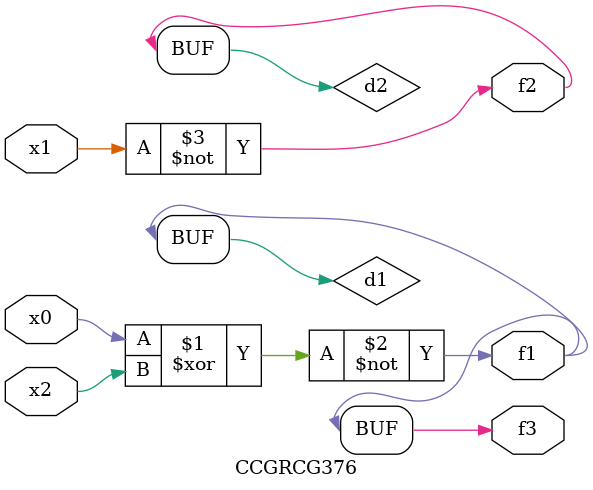
<source format=v>
module CCGRCG376(
	input x0, x1, x2,
	output f1, f2, f3
);

	wire d1, d2, d3;

	xnor (d1, x0, x2);
	nand (d2, x1);
	nor (d3, x1, x2);
	assign f1 = d1;
	assign f2 = d2;
	assign f3 = d1;
endmodule

</source>
